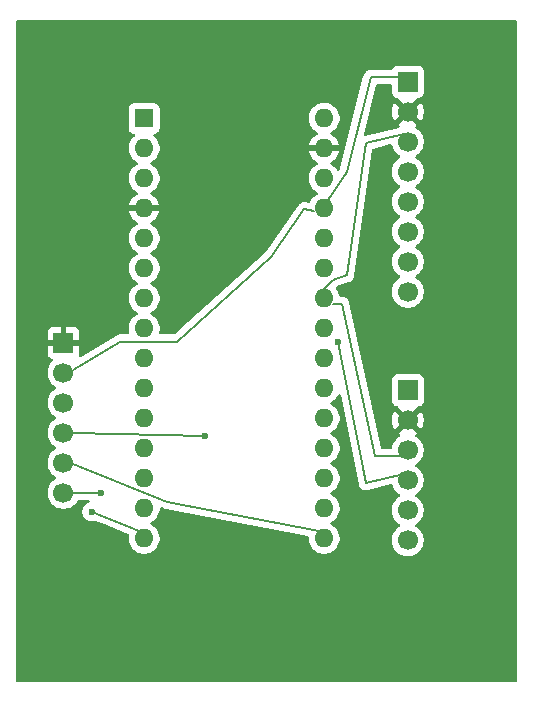
<source format=gbr>
%TF.GenerationSoftware,KiCad,Pcbnew,9.0.7*%
%TF.CreationDate,2026-02-14T16:35:21+02:00*%
%TF.ProjectId,Nano_Blackbox_Telemetry,4e616e6f-5f42-46c6-9163-6b626f785f54,rev?*%
%TF.SameCoordinates,Original*%
%TF.FileFunction,Copper,L2,Bot*%
%TF.FilePolarity,Positive*%
%FSLAX46Y46*%
G04 Gerber Fmt 4.6, Leading zero omitted, Abs format (unit mm)*
G04 Created by KiCad (PCBNEW 9.0.7) date 2026-02-14 16:35:21*
%MOMM*%
%LPD*%
G01*
G04 APERTURE LIST*
%TA.AperFunction,Conductor*%
%ADD10C,0.200000*%
%TD*%
%TA.AperFunction,ComponentPad*%
%ADD11O,1.600000X1.600000*%
%TD*%
%TA.AperFunction,ComponentPad*%
%ADD12R,1.600000X1.600000*%
%TD*%
%TA.AperFunction,ComponentPad*%
%ADD13R,1.700000X1.700000*%
%TD*%
%TA.AperFunction,ComponentPad*%
%ADD14C,1.700000*%
%TD*%
%TA.AperFunction,ViaPad*%
%ADD15C,0.600000*%
%TD*%
G04 APERTURE END LIST*
D10*
%TO.N,/SD_CS*%
X134400000Y-101600000D02*
X136800000Y-101600000D01*
%TO.N,/SCL*%
X157600000Y-83200000D02*
X156400000Y-83600000D01*
%TO.N,/5V*%
X154000000Y-77600000D02*
X154800000Y-77728850D01*
X151200000Y-81600000D02*
X154000000Y-77600000D01*
%TO.N,/SCL*%
X160000000Y-98500000D02*
X162400000Y-98500000D01*
%TO.N,/SDA*%
X159200000Y-100800000D02*
X162400000Y-100000000D01*
%TO.N,/SCL*%
X156400000Y-83600000D02*
X155600000Y-84400000D01*
%TO.N,/5V*%
X157600000Y-74400000D02*
X156000000Y-76800000D01*
X159600000Y-66400000D02*
X162000000Y-66400000D01*
%TO.N,/SCL*%
X159200000Y-72000000D02*
X162400000Y-71200000D01*
X157200000Y-85600000D02*
X156400000Y-85600000D01*
%TO.N,/5V*%
X143200000Y-88800000D02*
X138400000Y-88800000D01*
X143200000Y-88800000D02*
X151200000Y-81600000D01*
X138400000Y-88800000D02*
X134400000Y-91200000D01*
%TO.N,/SD_SCK*%
X142400000Y-102400000D02*
X134400000Y-99200000D01*
%TO.N,/5V*%
X157600000Y-74400000D02*
X159600000Y-66400000D01*
%TO.N,/SDA*%
X159200000Y-100800000D02*
X156800000Y-88800000D01*
%TO.N,/SCL*%
X157200000Y-85600000D02*
X160000000Y-98500000D01*
X159200000Y-72000000D02*
X157600000Y-83200000D01*
%TO.N,/SD_SCK*%
X142400000Y-102400000D02*
X155200000Y-104800000D01*
%TO.N,/SD_DO*%
X140000000Y-104800000D02*
X136000000Y-103200000D01*
%TO.N,/SD_DI*%
X145600000Y-96800000D02*
X134400000Y-96500014D01*
%TD*%
D11*
%TO.P,A1,30,VIN*%
%TO.N,unconnected-(A1-VIN-Pad30)*%
X155670000Y-69900000D03*
%TO.P,A1,29,GND*%
%TO.N,/GND*%
X155670000Y-72440000D03*
%TO.P,A1,28,~{RESET}*%
%TO.N,unconnected-(A1-~{RESET}-Pad28)*%
X155670000Y-74980000D03*
%TO.P,A1,27,+5V*%
%TO.N,/5V*%
X155670000Y-77520000D03*
%TO.P,A1,26,A7*%
%TO.N,unconnected-(A1-A7-Pad26)*%
X155670000Y-80060000D03*
%TO.P,A1,25,A6*%
%TO.N,unconnected-(A1-A6-Pad25)*%
X155670000Y-82600000D03*
%TO.P,A1,24,A5*%
%TO.N,/SCL*%
X155670000Y-85140000D03*
%TO.P,A1,23,A4*%
%TO.N,/SDA*%
X155670000Y-87680000D03*
%TO.P,A1,22,A3*%
%TO.N,unconnected-(A1-A3-Pad22)*%
X155670000Y-90220000D03*
%TO.P,A1,21,A2*%
%TO.N,unconnected-(A1-A2-Pad21)*%
X155670000Y-92760000D03*
%TO.P,A1,20,A1*%
%TO.N,unconnected-(A1-A1-Pad20)*%
X155670000Y-95300000D03*
%TO.P,A1,19,A0*%
%TO.N,unconnected-(A1-A0-Pad19)*%
X155670000Y-97840000D03*
%TO.P,A1,18,AREF*%
%TO.N,unconnected-(A1-AREF-Pad18)*%
X155670000Y-100380000D03*
%TO.P,A1,17,3V3*%
%TO.N,/3V3*%
X155670000Y-102920000D03*
%TO.P,A1,16,D13*%
%TO.N,/SD_SCK*%
X155670000Y-105460000D03*
%TO.P,A1,15,D12*%
%TO.N,/SD_DO*%
X140430000Y-105460000D03*
%TO.P,A1,14,D11*%
%TO.N,/SD_DI*%
X140430000Y-102920000D03*
%TO.P,A1,13,D10*%
%TO.N,/SD_CS*%
X140430000Y-100380000D03*
%TO.P,A1,12,D9*%
%TO.N,unconnected-(A1-D9-Pad12)*%
X140430000Y-97840000D03*
%TO.P,A1,11,D8*%
%TO.N,unconnected-(A1-D8-Pad11)*%
X140430000Y-95300000D03*
%TO.P,A1,10,D7*%
%TO.N,unconnected-(A1-D7-Pad10)*%
X140430000Y-92760000D03*
%TO.P,A1,9,D6*%
%TO.N,unconnected-(A1-D6-Pad9)*%
X140430000Y-90220000D03*
%TO.P,A1,8,D5*%
%TO.N,unconnected-(A1-D5-Pad8)*%
X140430000Y-87680000D03*
%TO.P,A1,7,D4*%
%TO.N,unconnected-(A1-D4-Pad7)*%
X140430000Y-85140000D03*
%TO.P,A1,6,D3*%
%TO.N,unconnected-(A1-D3-Pad6)*%
X140430000Y-82600000D03*
%TO.P,A1,5,D2*%
%TO.N,unconnected-(A1-D2-Pad5)*%
X140430000Y-80060000D03*
%TO.P,A1,4,GND*%
%TO.N,/GND*%
X140430000Y-77520000D03*
%TO.P,A1,3,~{RESET}*%
%TO.N,unconnected-(A1-~{RESET}-Pad3)*%
X140430000Y-74980000D03*
%TO.P,A1,2,D0/RX*%
%TO.N,unconnected-(A1-D0{slash}RX-Pad2)*%
X140430000Y-72440000D03*
D12*
%TO.P,A1,1,D1/TX*%
%TO.N,unconnected-(A1-D1{slash}TX-Pad1)*%
X140430000Y-69900000D03*
%TD*%
D13*
%TO.P,J3,1,Pin_1*%
%TO.N,/GND*%
X133600000Y-88900000D03*
D14*
%TO.P,J3,2,Pin_2*%
%TO.N,/5V*%
X133600000Y-91440000D03*
%TO.P,J3,3,Pin_3*%
%TO.N,/SD_DO*%
X133600000Y-93980000D03*
%TO.P,J3,4,Pin_4*%
%TO.N,/SD_DI*%
X133600000Y-96520000D03*
%TO.P,J3,5,Pin_5*%
%TO.N,/SD_SCK*%
X133600000Y-99060000D03*
%TO.P,J3,6,Pin_6*%
%TO.N,/SD_CS*%
X133600000Y-101600000D03*
%TD*%
D13*
%TO.P,J2,1,Pin_1*%
%TO.N,/3V3*%
X162750000Y-92920000D03*
D14*
%TO.P,J2,2,Pin_2*%
%TO.N,/GND*%
X162750000Y-95460000D03*
%TO.P,J2,3,Pin_3*%
%TO.N,/SCL*%
X162750000Y-98000000D03*
%TO.P,J2,4,Pin_4*%
%TO.N,/SDA*%
X162750000Y-100540000D03*
%TO.P,J2,5,Pin_5*%
%TO.N,unconnected-(J2-Pin_5-Pad5)*%
X162750000Y-103080000D03*
%TO.P,J2,6,Pin_6*%
%TO.N,unconnected-(J2-Pin_6-Pad6)*%
X162750000Y-105620000D03*
%TD*%
D13*
%TO.P,J1,1,Pin_1*%
%TO.N,/5V*%
X162750000Y-66800000D03*
D14*
%TO.P,J1,2,Pin_2*%
%TO.N,/GND*%
X162750000Y-69340000D03*
%TO.P,J1,3,Pin_3*%
%TO.N,/SCL*%
X162750000Y-71880000D03*
%TO.P,J1,4,Pin_4*%
%TO.N,/SDA*%
X162750000Y-74420000D03*
%TO.P,J1,5,Pin_5*%
%TO.N,unconnected-(J1-Pin_5-Pad5)*%
X162750000Y-76960000D03*
%TO.P,J1,6,Pin_6*%
%TO.N,unconnected-(J1-Pin_6-Pad6)*%
X162750000Y-79500000D03*
%TO.P,J1,7,Pin_7*%
%TO.N,unconnected-(J1-Pin_7-Pad7)*%
X162750000Y-82040000D03*
%TO.P,J1,8,Pin_8*%
%TO.N,unconnected-(J1-Pin_8-Pad8)*%
X162750000Y-84580000D03*
%TD*%
D15*
%TO.N,/SDA*%
X156800000Y-88800000D03*
%TO.N,/SD_CS*%
X136800000Y-101600000D03*
%TO.N,/SD_DO*%
X136000000Y-103200000D03*
%TO.N,/SD_DI*%
X145600000Y-96800000D03*
%TD*%
%TA.AperFunction,Conductor*%
%TO.N,/GND*%
G36*
X161342540Y-67020185D02*
G01*
X161388295Y-67072989D01*
X161399501Y-67124500D01*
X161399501Y-67697876D01*
X161405908Y-67757483D01*
X161456202Y-67892328D01*
X161456206Y-67892335D01*
X161542452Y-68007544D01*
X161542455Y-68007547D01*
X161657664Y-68093793D01*
X161657671Y-68093797D01*
X161702618Y-68110561D01*
X161792517Y-68144091D01*
X161852127Y-68150500D01*
X161862685Y-68150499D01*
X161929723Y-68170179D01*
X161950372Y-68186818D01*
X162620591Y-68857037D01*
X162557007Y-68874075D01*
X162442993Y-68939901D01*
X162349901Y-69032993D01*
X162284075Y-69147007D01*
X162267037Y-69210591D01*
X161634728Y-68578282D01*
X161634727Y-68578282D01*
X161595380Y-68632439D01*
X161498904Y-68821782D01*
X161433242Y-69023869D01*
X161433242Y-69023872D01*
X161400000Y-69233753D01*
X161400000Y-69446246D01*
X161433242Y-69656127D01*
X161433242Y-69656130D01*
X161498904Y-69858217D01*
X161595375Y-70047550D01*
X161634728Y-70101716D01*
X162267037Y-69469408D01*
X162284075Y-69532993D01*
X162349901Y-69647007D01*
X162442993Y-69740099D01*
X162557007Y-69805925D01*
X162620590Y-69822962D01*
X161988282Y-70455269D01*
X161988282Y-70455270D01*
X162007494Y-70469228D01*
X162050160Y-70524557D01*
X162056141Y-70594170D01*
X162023536Y-70655966D01*
X161964684Y-70689845D01*
X159159136Y-71391234D01*
X159089324Y-71388396D01*
X159032129Y-71348266D01*
X159005709Y-71283584D01*
X159008763Y-71240866D01*
X160045374Y-67094424D01*
X160080731Y-67034162D01*
X160143055Y-67002580D01*
X160165672Y-67000500D01*
X161275501Y-67000500D01*
X161342540Y-67020185D01*
G37*
%TD.AperFunction*%
%TA.AperFunction,Conductor*%
G36*
X171943039Y-61619685D02*
G01*
X171988794Y-61672489D01*
X172000000Y-61724000D01*
X172000000Y-117476000D01*
X171980315Y-117543039D01*
X171927511Y-117588794D01*
X171876000Y-117600000D01*
X129724000Y-117600000D01*
X129656961Y-117580315D01*
X129611206Y-117527511D01*
X129600000Y-117476000D01*
X129600000Y-91333713D01*
X132249500Y-91333713D01*
X132249500Y-91546286D01*
X132275818Y-91712455D01*
X132282754Y-91756243D01*
X132305962Y-91827671D01*
X132348444Y-91958414D01*
X132444951Y-92147820D01*
X132569890Y-92319786D01*
X132720213Y-92470109D01*
X132892182Y-92595050D01*
X132900946Y-92599516D01*
X132951742Y-92647491D01*
X132968536Y-92715312D01*
X132945998Y-92781447D01*
X132900946Y-92820484D01*
X132892182Y-92824949D01*
X132720213Y-92949890D01*
X132569890Y-93100213D01*
X132444951Y-93272179D01*
X132348444Y-93461585D01*
X132282753Y-93663760D01*
X132249500Y-93873713D01*
X132249500Y-94086286D01*
X132282753Y-94296239D01*
X132348444Y-94498414D01*
X132444951Y-94687820D01*
X132569890Y-94859786D01*
X132720213Y-95010109D01*
X132892182Y-95135050D01*
X132900946Y-95139516D01*
X132951742Y-95187491D01*
X132968536Y-95255312D01*
X132945998Y-95321447D01*
X132900946Y-95360484D01*
X132892182Y-95364949D01*
X132720213Y-95489890D01*
X132569890Y-95640213D01*
X132444951Y-95812179D01*
X132348444Y-96001585D01*
X132282753Y-96203760D01*
X132269140Y-96289711D01*
X132249500Y-96413713D01*
X132249500Y-96626287D01*
X132282754Y-96836243D01*
X132346847Y-97033501D01*
X132348444Y-97038414D01*
X132444951Y-97227820D01*
X132569890Y-97399786D01*
X132720213Y-97550109D01*
X132892182Y-97675050D01*
X132900946Y-97679516D01*
X132951742Y-97727491D01*
X132968536Y-97795312D01*
X132945998Y-97861447D01*
X132900946Y-97900484D01*
X132892182Y-97904949D01*
X132720213Y-98029890D01*
X132569890Y-98180213D01*
X132444951Y-98352179D01*
X132348444Y-98541585D01*
X132282753Y-98743760D01*
X132249500Y-98953713D01*
X132249500Y-99166286D01*
X132275827Y-99332512D01*
X132282754Y-99376243D01*
X132327727Y-99514656D01*
X132348444Y-99578414D01*
X132444951Y-99767820D01*
X132569890Y-99939786D01*
X132720213Y-100090109D01*
X132892182Y-100215050D01*
X132900946Y-100219516D01*
X132951742Y-100267491D01*
X132968536Y-100335312D01*
X132945998Y-100401447D01*
X132900946Y-100440484D01*
X132892182Y-100444949D01*
X132720213Y-100569890D01*
X132569890Y-100720213D01*
X132444951Y-100892179D01*
X132348444Y-101081585D01*
X132348443Y-101081587D01*
X132348443Y-101081588D01*
X132320070Y-101168911D01*
X132282753Y-101283760D01*
X132249500Y-101493713D01*
X132249500Y-101706286D01*
X132275827Y-101872512D01*
X132282754Y-101916243D01*
X132345803Y-102110288D01*
X132348444Y-102118414D01*
X132444951Y-102307820D01*
X132569890Y-102479786D01*
X132720213Y-102630109D01*
X132892179Y-102755048D01*
X132892181Y-102755049D01*
X132892184Y-102755051D01*
X133081588Y-102851557D01*
X133283757Y-102917246D01*
X133493713Y-102950500D01*
X133493714Y-102950500D01*
X133706286Y-102950500D01*
X133706287Y-102950500D01*
X133916243Y-102917246D01*
X134118412Y-102851557D01*
X134307816Y-102755051D01*
X134329789Y-102739086D01*
X134479786Y-102630109D01*
X134479788Y-102630106D01*
X134479792Y-102630104D01*
X134630104Y-102479792D01*
X134630106Y-102479788D01*
X134630109Y-102479786D01*
X134710063Y-102369737D01*
X134755051Y-102307816D01*
X134755349Y-102307230D01*
X134775235Y-102268205D01*
X134823209Y-102217409D01*
X134885719Y-102200500D01*
X135697810Y-102200500D01*
X135764849Y-102220185D01*
X135810604Y-102272989D01*
X135820548Y-102342147D01*
X135791523Y-102405703D01*
X135745262Y-102439061D01*
X135620827Y-102490602D01*
X135620814Y-102490609D01*
X135489711Y-102578210D01*
X135489707Y-102578213D01*
X135378213Y-102689707D01*
X135378210Y-102689711D01*
X135290609Y-102820814D01*
X135290602Y-102820827D01*
X135230264Y-102966498D01*
X135230261Y-102966510D01*
X135199500Y-103121153D01*
X135199500Y-103278846D01*
X135230261Y-103433489D01*
X135230264Y-103433501D01*
X135290602Y-103579172D01*
X135290609Y-103579185D01*
X135378210Y-103710288D01*
X135378213Y-103710292D01*
X135489707Y-103821786D01*
X135489711Y-103821789D01*
X135620814Y-103909390D01*
X135620827Y-103909397D01*
X135730171Y-103954688D01*
X135766503Y-103969737D01*
X135921153Y-104000499D01*
X135921156Y-104000500D01*
X135921158Y-104000500D01*
X136078844Y-104000500D01*
X136078845Y-104000499D01*
X136233497Y-103969737D01*
X136233506Y-103969733D01*
X136233908Y-103969612D01*
X136234139Y-103969609D01*
X136239473Y-103968549D01*
X136239674Y-103969560D01*
X136303775Y-103968987D01*
X136315955Y-103973139D01*
X137244836Y-104344692D01*
X139076185Y-105077232D01*
X139131119Y-105120406D01*
X139153991Y-105186427D01*
X139152606Y-105211761D01*
X139129500Y-105357648D01*
X139129500Y-105562351D01*
X139161522Y-105764534D01*
X139224781Y-105959223D01*
X139317715Y-106141613D01*
X139438028Y-106307213D01*
X139582786Y-106451971D01*
X139737749Y-106564556D01*
X139748390Y-106572287D01*
X139864607Y-106631503D01*
X139930776Y-106665218D01*
X139930778Y-106665218D01*
X139930781Y-106665220D01*
X140035137Y-106699127D01*
X140125465Y-106728477D01*
X140226557Y-106744488D01*
X140327648Y-106760500D01*
X140327649Y-106760500D01*
X140532351Y-106760500D01*
X140532352Y-106760500D01*
X140734534Y-106728477D01*
X140929219Y-106665220D01*
X141111610Y-106572287D01*
X141211400Y-106499786D01*
X141277213Y-106451971D01*
X141277215Y-106451968D01*
X141277219Y-106451966D01*
X141421966Y-106307219D01*
X141421968Y-106307215D01*
X141421971Y-106307213D01*
X141474732Y-106234590D01*
X141542287Y-106141610D01*
X141635220Y-105959219D01*
X141698477Y-105764534D01*
X141730500Y-105562352D01*
X141730500Y-105357648D01*
X141711277Y-105236280D01*
X141698477Y-105155465D01*
X141635218Y-104960776D01*
X141601503Y-104894607D01*
X141542287Y-104778390D01*
X141514550Y-104740213D01*
X141421971Y-104612786D01*
X141277213Y-104468028D01*
X141111614Y-104347715D01*
X141079902Y-104331557D01*
X141018917Y-104300483D01*
X140968123Y-104252511D01*
X140951328Y-104184690D01*
X140973865Y-104118555D01*
X141018917Y-104079516D01*
X141111610Y-104032287D01*
X141137450Y-104013513D01*
X141277213Y-103911971D01*
X141277215Y-103911968D01*
X141277219Y-103911966D01*
X141421966Y-103767219D01*
X141421968Y-103767215D01*
X141421971Y-103767213D01*
X141509357Y-103646934D01*
X141542287Y-103601610D01*
X141635220Y-103419219D01*
X141698477Y-103224534D01*
X141730500Y-103022352D01*
X141730500Y-102962109D01*
X141750185Y-102895070D01*
X141802989Y-102849315D01*
X141872147Y-102839371D01*
X141900548Y-102846976D01*
X142076221Y-102917246D01*
X142154553Y-102948579D01*
X142154552Y-102948579D01*
X142158398Y-102950117D01*
X142211632Y-102975645D01*
X142231558Y-102979381D01*
X142250383Y-102986911D01*
X142304942Y-102993417D01*
X142313048Y-102994659D01*
X154268353Y-105236280D01*
X154330615Y-105267982D01*
X154365855Y-105328314D01*
X154369500Y-105358156D01*
X154369500Y-105562351D01*
X154401522Y-105764534D01*
X154464781Y-105959223D01*
X154557715Y-106141613D01*
X154678028Y-106307213D01*
X154822786Y-106451971D01*
X154977749Y-106564556D01*
X154988390Y-106572287D01*
X155104607Y-106631503D01*
X155170776Y-106665218D01*
X155170778Y-106665218D01*
X155170781Y-106665220D01*
X155275137Y-106699127D01*
X155365465Y-106728477D01*
X155466557Y-106744488D01*
X155567648Y-106760500D01*
X155567649Y-106760500D01*
X155772351Y-106760500D01*
X155772352Y-106760500D01*
X155974534Y-106728477D01*
X156169219Y-106665220D01*
X156351610Y-106572287D01*
X156451400Y-106499786D01*
X156517213Y-106451971D01*
X156517215Y-106451968D01*
X156517219Y-106451966D01*
X156661966Y-106307219D01*
X156661968Y-106307215D01*
X156661971Y-106307213D01*
X156714732Y-106234590D01*
X156782287Y-106141610D01*
X156875220Y-105959219D01*
X156938477Y-105764534D01*
X156970500Y-105562352D01*
X156970500Y-105357648D01*
X156951277Y-105236280D01*
X156938477Y-105155465D01*
X156875218Y-104960776D01*
X156841503Y-104894607D01*
X156782287Y-104778390D01*
X156754550Y-104740213D01*
X156661971Y-104612786D01*
X156517213Y-104468028D01*
X156351614Y-104347715D01*
X156319902Y-104331557D01*
X156258917Y-104300483D01*
X156208123Y-104252511D01*
X156191328Y-104184690D01*
X156213865Y-104118555D01*
X156258917Y-104079516D01*
X156351610Y-104032287D01*
X156377450Y-104013513D01*
X156517213Y-103911971D01*
X156517215Y-103911968D01*
X156517219Y-103911966D01*
X156661966Y-103767219D01*
X156661968Y-103767215D01*
X156661971Y-103767213D01*
X156749357Y-103646934D01*
X156782287Y-103601610D01*
X156875220Y-103419219D01*
X156938477Y-103224534D01*
X156970500Y-103022352D01*
X156970500Y-102817648D01*
X156960585Y-102755048D01*
X156938477Y-102615465D01*
X156897908Y-102490609D01*
X156875220Y-102420781D01*
X156875218Y-102420778D01*
X156875218Y-102420776D01*
X156817661Y-102307816D01*
X156782287Y-102238390D01*
X156754550Y-102200213D01*
X156661971Y-102072786D01*
X156517213Y-101928028D01*
X156351614Y-101807715D01*
X156319902Y-101791557D01*
X156258917Y-101760483D01*
X156208123Y-101712511D01*
X156191328Y-101644690D01*
X156213865Y-101578555D01*
X156258917Y-101539516D01*
X156351610Y-101492287D01*
X156472656Y-101404343D01*
X156517213Y-101371971D01*
X156517215Y-101371968D01*
X156517219Y-101371966D01*
X156661966Y-101227219D01*
X156661968Y-101227215D01*
X156661971Y-101227213D01*
X156727495Y-101137025D01*
X156782287Y-101061610D01*
X156875220Y-100879219D01*
X156938477Y-100684534D01*
X156970500Y-100482352D01*
X156970500Y-100277648D01*
X156940796Y-100090105D01*
X156938477Y-100075465D01*
X156875218Y-99880776D01*
X156817661Y-99767816D01*
X156782287Y-99698390D01*
X156754550Y-99660213D01*
X156661971Y-99532786D01*
X156517213Y-99388028D01*
X156351614Y-99267715D01*
X156313537Y-99248314D01*
X156258917Y-99220483D01*
X156208123Y-99172511D01*
X156191328Y-99104690D01*
X156213865Y-99038555D01*
X156258917Y-98999516D01*
X156351610Y-98952287D01*
X156484084Y-98856040D01*
X156517213Y-98831971D01*
X156517215Y-98831968D01*
X156517219Y-98831966D01*
X156661966Y-98687219D01*
X156661968Y-98687215D01*
X156661971Y-98687213D01*
X156714732Y-98614590D01*
X156782287Y-98521610D01*
X156875220Y-98339219D01*
X156938477Y-98144534D01*
X156970500Y-97942352D01*
X156970500Y-97737648D01*
X156940796Y-97550109D01*
X156938477Y-97535465D01*
X156901298Y-97421041D01*
X156875220Y-97340781D01*
X156875218Y-97340778D01*
X156875218Y-97340776D01*
X156841503Y-97274607D01*
X156782287Y-97158390D01*
X156754550Y-97120213D01*
X156661971Y-96992786D01*
X156517213Y-96848028D01*
X156351614Y-96727715D01*
X156338735Y-96721153D01*
X156258917Y-96680483D01*
X156208123Y-96632511D01*
X156191328Y-96564690D01*
X156213865Y-96498555D01*
X156258917Y-96459516D01*
X156351610Y-96412287D01*
X156372770Y-96396913D01*
X156517213Y-96291971D01*
X156517215Y-96291968D01*
X156517219Y-96291966D01*
X156661966Y-96147219D01*
X156661968Y-96147215D01*
X156661971Y-96147213D01*
X156746938Y-96030264D01*
X156782287Y-95981610D01*
X156875220Y-95799219D01*
X156938477Y-95604534D01*
X156970500Y-95402352D01*
X156970500Y-95197648D01*
X156940796Y-95010109D01*
X156938477Y-94995465D01*
X156875218Y-94800776D01*
X156817661Y-94687816D01*
X156782287Y-94618390D01*
X156774556Y-94607749D01*
X156661971Y-94452786D01*
X156517213Y-94308028D01*
X156351614Y-94187715D01*
X156345006Y-94184348D01*
X156258917Y-94140483D01*
X156208123Y-94092511D01*
X156191328Y-94024690D01*
X156213865Y-93958555D01*
X156258917Y-93919516D01*
X156351610Y-93872287D01*
X156372770Y-93856913D01*
X156517213Y-93751971D01*
X156517215Y-93751968D01*
X156517219Y-93751966D01*
X156661966Y-93607219D01*
X156661968Y-93607215D01*
X156661971Y-93607213D01*
X156782284Y-93441614D01*
X156782285Y-93441613D01*
X156782287Y-93441610D01*
X156859817Y-93289448D01*
X156907790Y-93238654D01*
X156975611Y-93221859D01*
X157041746Y-93244396D01*
X157085198Y-93299111D01*
X157091893Y-93321427D01*
X158595883Y-100841381D01*
X158598498Y-100854454D01*
X158598255Y-100868946D01*
X158613963Y-100931782D01*
X158614540Y-100934663D01*
X158614542Y-100934672D01*
X158626666Y-100995291D01*
X158626667Y-100995294D01*
X158627183Y-100996337D01*
X158636319Y-101021202D01*
X158636603Y-101022338D01*
X158666608Y-101076390D01*
X158668042Y-101078973D01*
X158696746Y-101137025D01*
X158706309Y-101147907D01*
X158712775Y-101159554D01*
X158713343Y-101160577D01*
X158713344Y-101160578D01*
X158713346Y-101160581D01*
X158758366Y-101207142D01*
X158801123Y-101255794D01*
X158813180Y-101263832D01*
X158822443Y-101273412D01*
X158822442Y-101273412D01*
X158823248Y-101274245D01*
X158823253Y-101274250D01*
X158876259Y-101306054D01*
X158881242Y-101309207D01*
X158932682Y-101343500D01*
X158933777Y-101343870D01*
X158957838Y-101355001D01*
X158958836Y-101355600D01*
X159021108Y-101373413D01*
X159082459Y-101394167D01*
X159096919Y-101395098D01*
X159109739Y-101398766D01*
X159109741Y-101398767D01*
X159109746Y-101398768D01*
X159110854Y-101399085D01*
X159172651Y-101400124D01*
X159178534Y-101400362D01*
X159240246Y-101404343D01*
X159254455Y-101401501D01*
X159268946Y-101401745D01*
X159331776Y-101386037D01*
X159334666Y-101385459D01*
X159334667Y-101385459D01*
X159352263Y-101381939D01*
X159395290Y-101373335D01*
X159396322Y-101372824D01*
X159421215Y-101363676D01*
X161321872Y-100888512D01*
X161391683Y-100891350D01*
X161448878Y-100931480D01*
X161469875Y-100970489D01*
X161477934Y-100995291D01*
X161498444Y-101058416D01*
X161594951Y-101247820D01*
X161719890Y-101419786D01*
X161870213Y-101570109D01*
X162042182Y-101695050D01*
X162050946Y-101699516D01*
X162101742Y-101747491D01*
X162118536Y-101815312D01*
X162095998Y-101881447D01*
X162050946Y-101920484D01*
X162042182Y-101924949D01*
X161870213Y-102049890D01*
X161719890Y-102200213D01*
X161594951Y-102372179D01*
X161498444Y-102561585D01*
X161432753Y-102763760D01*
X161403481Y-102948579D01*
X161399500Y-102973713D01*
X161399500Y-103186287D01*
X161432754Y-103396243D01*
X161440219Y-103419219D01*
X161498444Y-103598414D01*
X161594951Y-103787820D01*
X161719890Y-103959786D01*
X161870213Y-104110109D01*
X162042182Y-104235050D01*
X162050946Y-104239516D01*
X162101742Y-104287491D01*
X162118536Y-104355312D01*
X162095998Y-104421447D01*
X162050946Y-104460484D01*
X162042182Y-104464949D01*
X161870213Y-104589890D01*
X161719890Y-104740213D01*
X161594951Y-104912179D01*
X161498444Y-105101585D01*
X161432753Y-105303760D01*
X161424218Y-105357648D01*
X161399500Y-105513713D01*
X161399500Y-105726287D01*
X161432754Y-105936243D01*
X161440219Y-105959219D01*
X161498444Y-106138414D01*
X161594951Y-106327820D01*
X161719890Y-106499786D01*
X161870213Y-106650109D01*
X162042179Y-106775048D01*
X162042181Y-106775049D01*
X162042184Y-106775051D01*
X162231588Y-106871557D01*
X162433757Y-106937246D01*
X162643713Y-106970500D01*
X162643714Y-106970500D01*
X162856286Y-106970500D01*
X162856287Y-106970500D01*
X163066243Y-106937246D01*
X163268412Y-106871557D01*
X163457816Y-106775051D01*
X163521920Y-106728477D01*
X163629786Y-106650109D01*
X163629788Y-106650106D01*
X163629792Y-106650104D01*
X163780104Y-106499792D01*
X163780106Y-106499788D01*
X163780109Y-106499786D01*
X163905048Y-106327820D01*
X163905047Y-106327820D01*
X163905051Y-106327816D01*
X164001557Y-106138412D01*
X164067246Y-105936243D01*
X164100500Y-105726287D01*
X164100500Y-105513713D01*
X164067246Y-105303757D01*
X164001557Y-105101588D01*
X163905051Y-104912184D01*
X163905049Y-104912181D01*
X163905048Y-104912179D01*
X163780109Y-104740213D01*
X163629786Y-104589890D01*
X163457820Y-104464951D01*
X163457115Y-104464591D01*
X163449054Y-104460485D01*
X163398259Y-104412512D01*
X163381463Y-104344692D01*
X163403999Y-104278556D01*
X163449054Y-104239515D01*
X163457816Y-104235051D01*
X163521920Y-104188477D01*
X163629786Y-104110109D01*
X163629788Y-104110106D01*
X163629792Y-104110104D01*
X163780104Y-103959792D01*
X163780106Y-103959788D01*
X163780109Y-103959786D01*
X163905048Y-103787820D01*
X163905047Y-103787820D01*
X163905051Y-103787816D01*
X164001557Y-103598412D01*
X164067246Y-103396243D01*
X164100500Y-103186287D01*
X164100500Y-102973713D01*
X164067246Y-102763757D01*
X164001557Y-102561588D01*
X163905051Y-102372184D01*
X163905049Y-102372181D01*
X163905048Y-102372179D01*
X163780109Y-102200213D01*
X163629786Y-102049890D01*
X163457820Y-101924951D01*
X163457115Y-101924591D01*
X163449054Y-101920485D01*
X163398259Y-101872512D01*
X163381463Y-101804692D01*
X163403999Y-101738556D01*
X163449054Y-101699515D01*
X163457816Y-101695051D01*
X163521920Y-101648477D01*
X163629786Y-101570109D01*
X163629788Y-101570106D01*
X163629792Y-101570104D01*
X163780104Y-101419792D01*
X163780106Y-101419788D01*
X163780109Y-101419786D01*
X163905048Y-101247820D01*
X163905047Y-101247820D01*
X163905051Y-101247816D01*
X164001557Y-101058412D01*
X164067246Y-100856243D01*
X164100500Y-100646287D01*
X164100500Y-100433713D01*
X164067246Y-100223757D01*
X164001557Y-100021588D01*
X163905051Y-99832184D01*
X163905049Y-99832181D01*
X163905048Y-99832179D01*
X163780109Y-99660213D01*
X163629786Y-99509890D01*
X163457820Y-99384951D01*
X163457115Y-99384591D01*
X163449054Y-99380485D01*
X163398259Y-99332512D01*
X163381463Y-99264692D01*
X163403999Y-99198556D01*
X163449054Y-99159515D01*
X163457816Y-99155051D01*
X163525526Y-99105857D01*
X163629786Y-99030109D01*
X163629788Y-99030106D01*
X163629792Y-99030104D01*
X163780104Y-98879792D01*
X163780106Y-98879788D01*
X163780109Y-98879786D01*
X163905048Y-98707820D01*
X163905047Y-98707820D01*
X163905051Y-98707816D01*
X164001557Y-98518412D01*
X164067246Y-98316243D01*
X164100500Y-98106287D01*
X164100500Y-97893713D01*
X164067246Y-97683757D01*
X164001557Y-97481588D01*
X163905051Y-97292184D01*
X163905049Y-97292181D01*
X163905048Y-97292179D01*
X163780109Y-97120213D01*
X163629786Y-96969890D01*
X163457817Y-96844949D01*
X163448504Y-96840204D01*
X163397707Y-96792230D01*
X163380912Y-96724409D01*
X163403449Y-96658274D01*
X163448507Y-96619232D01*
X163457555Y-96614622D01*
X163511716Y-96575270D01*
X163511717Y-96575270D01*
X162879408Y-95942962D01*
X162942993Y-95925925D01*
X163057007Y-95860099D01*
X163150099Y-95767007D01*
X163215925Y-95652993D01*
X163232962Y-95589408D01*
X163865270Y-96221717D01*
X163865270Y-96221716D01*
X163904622Y-96167554D01*
X164001095Y-95978217D01*
X164066757Y-95776130D01*
X164066757Y-95776127D01*
X164100000Y-95566246D01*
X164100000Y-95353753D01*
X164066757Y-95143872D01*
X164066757Y-95143869D01*
X164001095Y-94941782D01*
X163904624Y-94752449D01*
X163865270Y-94698282D01*
X163865269Y-94698282D01*
X163232962Y-95330590D01*
X163215925Y-95267007D01*
X163150099Y-95152993D01*
X163057007Y-95059901D01*
X162942993Y-94994075D01*
X162879409Y-94977037D01*
X163549627Y-94306818D01*
X163610950Y-94273333D01*
X163637307Y-94270499D01*
X163647872Y-94270499D01*
X163707483Y-94264091D01*
X163842331Y-94213796D01*
X163957546Y-94127546D01*
X164043796Y-94012331D01*
X164094091Y-93877483D01*
X164100500Y-93817873D01*
X164100499Y-92022128D01*
X164094091Y-91962517D01*
X164092561Y-91958416D01*
X164043797Y-91827671D01*
X164043793Y-91827664D01*
X163957547Y-91712455D01*
X163957544Y-91712452D01*
X163842335Y-91626206D01*
X163842328Y-91626202D01*
X163707482Y-91575908D01*
X163707483Y-91575908D01*
X163647883Y-91569501D01*
X163647881Y-91569500D01*
X163647873Y-91569500D01*
X163647864Y-91569500D01*
X161852129Y-91569500D01*
X161852123Y-91569501D01*
X161792516Y-91575908D01*
X161657671Y-91626202D01*
X161657664Y-91626206D01*
X161542455Y-91712452D01*
X161542452Y-91712455D01*
X161456206Y-91827664D01*
X161456202Y-91827671D01*
X161405908Y-91962517D01*
X161399501Y-92022116D01*
X161399501Y-92022123D01*
X161399500Y-92022135D01*
X161399500Y-93817870D01*
X161399501Y-93817876D01*
X161405908Y-93877483D01*
X161456202Y-94012328D01*
X161456206Y-94012335D01*
X161542452Y-94127544D01*
X161542455Y-94127547D01*
X161657664Y-94213793D01*
X161657671Y-94213797D01*
X161702618Y-94230561D01*
X161792517Y-94264091D01*
X161852127Y-94270500D01*
X161862685Y-94270499D01*
X161929723Y-94290179D01*
X161950372Y-94306818D01*
X162620591Y-94977037D01*
X162557007Y-94994075D01*
X162442993Y-95059901D01*
X162349901Y-95152993D01*
X162284075Y-95267007D01*
X162267037Y-95330591D01*
X161634728Y-94698282D01*
X161634727Y-94698282D01*
X161595380Y-94752439D01*
X161498904Y-94941782D01*
X161433242Y-95143869D01*
X161433242Y-95143872D01*
X161400000Y-95353753D01*
X161400000Y-95566246D01*
X161433242Y-95776127D01*
X161433242Y-95776130D01*
X161498904Y-95978217D01*
X161595375Y-96167550D01*
X161634728Y-96221716D01*
X162267037Y-95589408D01*
X162284075Y-95652993D01*
X162349901Y-95767007D01*
X162442993Y-95860099D01*
X162557007Y-95925925D01*
X162620590Y-95942962D01*
X161988282Y-96575269D01*
X161988282Y-96575270D01*
X162042452Y-96614626D01*
X162042451Y-96614626D01*
X162051495Y-96619234D01*
X162102292Y-96667208D01*
X162119087Y-96735029D01*
X162096550Y-96801164D01*
X162051499Y-96840202D01*
X162042182Y-96844949D01*
X161870213Y-96969890D01*
X161719890Y-97120213D01*
X161594951Y-97292179D01*
X161498444Y-97481585D01*
X161432753Y-97683759D01*
X161415151Y-97794898D01*
X161385222Y-97858033D01*
X161325910Y-97894964D01*
X161292678Y-97899500D01*
X160584114Y-97899500D01*
X160517075Y-97879815D01*
X160471320Y-97827011D01*
X160462936Y-97801802D01*
X160461527Y-97795312D01*
X157800500Y-85535580D01*
X157800500Y-85520943D01*
X157783772Y-85458515D01*
X157770066Y-85395367D01*
X157769459Y-85394189D01*
X157759921Y-85369502D01*
X157759577Y-85368216D01*
X157727261Y-85312243D01*
X157697679Y-85254796D01*
X157687839Y-85243962D01*
X157680520Y-85231284D01*
X157634814Y-85185578D01*
X157591375Y-85137749D01*
X157579067Y-85129831D01*
X157568716Y-85119480D01*
X157515330Y-85088657D01*
X157510248Y-85085558D01*
X157458399Y-85052203D01*
X157457126Y-85051796D01*
X157444457Y-85047740D01*
X157431784Y-85040423D01*
X157369371Y-85023699D01*
X157366527Y-85022788D01*
X157307812Y-85003990D01*
X157306479Y-85003925D01*
X157306479Y-85003926D01*
X157294712Y-85003360D01*
X157293193Y-85003287D01*
X157279057Y-84999500D01*
X157214442Y-84999500D01*
X157211468Y-84999357D01*
X157149883Y-84996395D01*
X157148572Y-84996679D01*
X157122276Y-84999500D01*
X157070363Y-84999500D01*
X157003324Y-84979815D01*
X156957569Y-84927011D01*
X156947890Y-84894897D01*
X156938478Y-84835470D01*
X156938477Y-84835468D01*
X156938477Y-84835466D01*
X156875220Y-84640781D01*
X156782287Y-84458390D01*
X156679815Y-84317348D01*
X156668356Y-84285235D01*
X156656449Y-84253309D01*
X156656644Y-84252409D01*
X156656335Y-84251542D01*
X156664055Y-84218342D01*
X156671301Y-84185036D01*
X156672026Y-84184067D01*
X156672161Y-84183488D01*
X156692448Y-84156786D01*
X156703681Y-84145553D01*
X156752145Y-84115600D01*
X157720299Y-83792881D01*
X157744673Y-83787411D01*
X157750318Y-83786732D01*
X157806979Y-83763989D01*
X157864895Y-83744684D01*
X157880118Y-83734632D01*
X157897054Y-83727835D01*
X157897058Y-83727831D01*
X157897060Y-83727831D01*
X157942930Y-83693427D01*
X157942929Y-83693427D01*
X157945902Y-83691198D01*
X157996843Y-83657565D01*
X158008946Y-83643915D01*
X158023546Y-83632966D01*
X158058955Y-83587854D01*
X158063708Y-83582161D01*
X158101744Y-83539267D01*
X158101748Y-83539263D01*
X158109907Y-83522944D01*
X158121174Y-83508591D01*
X158145156Y-83452446D01*
X158172459Y-83397841D01*
X158176117Y-83379963D01*
X158183284Y-83363186D01*
X158191917Y-83302753D01*
X158204158Y-83242936D01*
X158203816Y-83237251D01*
X158204838Y-83212298D01*
X159725571Y-72567176D01*
X159754538Y-72503597D01*
X159813282Y-72465769D01*
X159818205Y-72464429D01*
X161280756Y-72098791D01*
X161350565Y-72101629D01*
X161407760Y-72141759D01*
X161429874Y-72191921D01*
X161431616Y-72191503D01*
X161432753Y-72196239D01*
X161432754Y-72196243D01*
X161478699Y-72337648D01*
X161498444Y-72398414D01*
X161594951Y-72587820D01*
X161719890Y-72759786D01*
X161870213Y-72910109D01*
X162042182Y-73035050D01*
X162050946Y-73039516D01*
X162101742Y-73087491D01*
X162118536Y-73155312D01*
X162095998Y-73221447D01*
X162050946Y-73260484D01*
X162042182Y-73264949D01*
X161870213Y-73389890D01*
X161719890Y-73540213D01*
X161594951Y-73712179D01*
X161498444Y-73901585D01*
X161432753Y-74103760D01*
X161399500Y-74313713D01*
X161399500Y-74526286D01*
X161429039Y-74712791D01*
X161432754Y-74736243D01*
X161498009Y-74937077D01*
X161498444Y-74938414D01*
X161594951Y-75127820D01*
X161719890Y-75299786D01*
X161870213Y-75450109D01*
X162042182Y-75575050D01*
X162050946Y-75579516D01*
X162101742Y-75627491D01*
X162118536Y-75695312D01*
X162095998Y-75761447D01*
X162050946Y-75800484D01*
X162042182Y-75804949D01*
X161870213Y-75929890D01*
X161719890Y-76080213D01*
X161594951Y-76252179D01*
X161498444Y-76441585D01*
X161432753Y-76643760D01*
X161423043Y-76705070D01*
X161399500Y-76853713D01*
X161399500Y-77066287D01*
X161400564Y-77073002D01*
X161423127Y-77215465D01*
X161432754Y-77276243D01*
X161478699Y-77417648D01*
X161498444Y-77478414D01*
X161594951Y-77667820D01*
X161719890Y-77839786D01*
X161870213Y-77990109D01*
X162042182Y-78115050D01*
X162050946Y-78119516D01*
X162101742Y-78167491D01*
X162118536Y-78235312D01*
X162095998Y-78301447D01*
X162050946Y-78340484D01*
X162042182Y-78344949D01*
X161870213Y-78469890D01*
X161719890Y-78620213D01*
X161594951Y-78792179D01*
X161498444Y-78981585D01*
X161432753Y-79183760D01*
X161399500Y-79393713D01*
X161399500Y-79606286D01*
X161423127Y-79755465D01*
X161432754Y-79816243D01*
X161478699Y-79957648D01*
X161498444Y-80018414D01*
X161594951Y-80207820D01*
X161719890Y-80379786D01*
X161870213Y-80530109D01*
X162042182Y-80655050D01*
X162050946Y-80659516D01*
X162101742Y-80707491D01*
X162118536Y-80775312D01*
X162095998Y-80841447D01*
X162050946Y-80880484D01*
X162042182Y-80884949D01*
X161870213Y-81009890D01*
X161719890Y-81160213D01*
X161594951Y-81332179D01*
X161498444Y-81521585D01*
X161432753Y-81723760D01*
X161399500Y-81933713D01*
X161399500Y-82146286D01*
X161423127Y-82295465D01*
X161432754Y-82356243D01*
X161478699Y-82497648D01*
X161498444Y-82558414D01*
X161594951Y-82747820D01*
X161719890Y-82919786D01*
X161870213Y-83070109D01*
X162042182Y-83195050D01*
X162050946Y-83199516D01*
X162101742Y-83247491D01*
X162118536Y-83315312D01*
X162095998Y-83381447D01*
X162050946Y-83420484D01*
X162042182Y-83424949D01*
X161870213Y-83549890D01*
X161719890Y-83700213D01*
X161594951Y-83872179D01*
X161498444Y-84061585D01*
X161432753Y-84263760D01*
X161399500Y-84473713D01*
X161399500Y-84686286D01*
X161432540Y-84894897D01*
X161432754Y-84896243D01*
X161495274Y-85088660D01*
X161498444Y-85098414D01*
X161594951Y-85287820D01*
X161719890Y-85459786D01*
X161870213Y-85610109D01*
X162042179Y-85735048D01*
X162042181Y-85735049D01*
X162042184Y-85735051D01*
X162231588Y-85831557D01*
X162433757Y-85897246D01*
X162643713Y-85930500D01*
X162643714Y-85930500D01*
X162856286Y-85930500D01*
X162856287Y-85930500D01*
X163066243Y-85897246D01*
X163268412Y-85831557D01*
X163457816Y-85735051D01*
X163589713Y-85639223D01*
X163629786Y-85610109D01*
X163629788Y-85610106D01*
X163629792Y-85610104D01*
X163780104Y-85459792D01*
X163780106Y-85459788D01*
X163780109Y-85459786D01*
X163905048Y-85287820D01*
X163905047Y-85287820D01*
X163905051Y-85287816D01*
X164001557Y-85098412D01*
X164067246Y-84896243D01*
X164100500Y-84686287D01*
X164100500Y-84473713D01*
X164067246Y-84263757D01*
X164001557Y-84061588D01*
X163905051Y-83872184D01*
X163905049Y-83872181D01*
X163905048Y-83872179D01*
X163780109Y-83700213D01*
X163629786Y-83549890D01*
X163457820Y-83424951D01*
X163457115Y-83424591D01*
X163449054Y-83420485D01*
X163398259Y-83372512D01*
X163381463Y-83304692D01*
X163403999Y-83238556D01*
X163449054Y-83199515D01*
X163457816Y-83195051D01*
X163589713Y-83099223D01*
X163629786Y-83070109D01*
X163629788Y-83070106D01*
X163629792Y-83070104D01*
X163780104Y-82919792D01*
X163780106Y-82919788D01*
X163780109Y-82919786D01*
X163905048Y-82747820D01*
X163905047Y-82747820D01*
X163905051Y-82747816D01*
X164001557Y-82558412D01*
X164067246Y-82356243D01*
X164100500Y-82146287D01*
X164100500Y-81933713D01*
X164067246Y-81723757D01*
X164001557Y-81521588D01*
X163905051Y-81332184D01*
X163905049Y-81332181D01*
X163905048Y-81332179D01*
X163780109Y-81160213D01*
X163629786Y-81009890D01*
X163457820Y-80884951D01*
X163457115Y-80884591D01*
X163449054Y-80880485D01*
X163398259Y-80832512D01*
X163381463Y-80764692D01*
X163403999Y-80698556D01*
X163449054Y-80659515D01*
X163457816Y-80655051D01*
X163589713Y-80559223D01*
X163629786Y-80530109D01*
X163629788Y-80530106D01*
X163629792Y-80530104D01*
X163780104Y-80379792D01*
X163780106Y-80379788D01*
X163780109Y-80379786D01*
X163905048Y-80207820D01*
X163905047Y-80207820D01*
X163905051Y-80207816D01*
X164001557Y-80018412D01*
X164067246Y-79816243D01*
X164100500Y-79606287D01*
X164100500Y-79393713D01*
X164067246Y-79183757D01*
X164001557Y-78981588D01*
X163905051Y-78792184D01*
X163905049Y-78792181D01*
X163905048Y-78792179D01*
X163780109Y-78620213D01*
X163629786Y-78469890D01*
X163457820Y-78344951D01*
X163457115Y-78344591D01*
X163449054Y-78340485D01*
X163398259Y-78292512D01*
X163381463Y-78224692D01*
X163403999Y-78158556D01*
X163449054Y-78119515D01*
X163457816Y-78115051D01*
X163479789Y-78099086D01*
X163629786Y-77990109D01*
X163629788Y-77990106D01*
X163629792Y-77990104D01*
X163780104Y-77839792D01*
X163780106Y-77839788D01*
X163780109Y-77839786D01*
X163905048Y-77667820D01*
X163905047Y-77667820D01*
X163905051Y-77667816D01*
X164001557Y-77478412D01*
X164067246Y-77276243D01*
X164100500Y-77066287D01*
X164100500Y-76853713D01*
X164067246Y-76643757D01*
X164001557Y-76441588D01*
X163905051Y-76252184D01*
X163905049Y-76252181D01*
X163905048Y-76252179D01*
X163780109Y-76080213D01*
X163629786Y-75929890D01*
X163457820Y-75804951D01*
X163457115Y-75804591D01*
X163449054Y-75800485D01*
X163398259Y-75752512D01*
X163381463Y-75684692D01*
X163403999Y-75618556D01*
X163449054Y-75579515D01*
X163457816Y-75575051D01*
X163589713Y-75479223D01*
X163629786Y-75450109D01*
X163629788Y-75450106D01*
X163629792Y-75450104D01*
X163780104Y-75299792D01*
X163780106Y-75299788D01*
X163780109Y-75299786D01*
X163905048Y-75127820D01*
X163905047Y-75127820D01*
X163905051Y-75127816D01*
X164001557Y-74938412D01*
X164067246Y-74736243D01*
X164100500Y-74526287D01*
X164100500Y-74313713D01*
X164067246Y-74103757D01*
X164001557Y-73901588D01*
X163905051Y-73712184D01*
X163905049Y-73712181D01*
X163905048Y-73712179D01*
X163780109Y-73540213D01*
X163629786Y-73389890D01*
X163457820Y-73264951D01*
X163457115Y-73264591D01*
X163449054Y-73260485D01*
X163398259Y-73212512D01*
X163381463Y-73144692D01*
X163403999Y-73078556D01*
X163449054Y-73039515D01*
X163457816Y-73035051D01*
X163479789Y-73019086D01*
X163629786Y-72910109D01*
X163629788Y-72910106D01*
X163629792Y-72910104D01*
X163780104Y-72759792D01*
X163780106Y-72759788D01*
X163780109Y-72759786D01*
X163905048Y-72587820D01*
X163905047Y-72587820D01*
X163905051Y-72587816D01*
X164001557Y-72398412D01*
X164067246Y-72196243D01*
X164100500Y-71986287D01*
X164100500Y-71773713D01*
X164067246Y-71563757D01*
X164001557Y-71361588D01*
X163905051Y-71172184D01*
X163905049Y-71172181D01*
X163905048Y-71172179D01*
X163780109Y-71000213D01*
X163629786Y-70849890D01*
X163457817Y-70724949D01*
X163448504Y-70720204D01*
X163397707Y-70672230D01*
X163380912Y-70604409D01*
X163403449Y-70538274D01*
X163448507Y-70499232D01*
X163457555Y-70494622D01*
X163511716Y-70455270D01*
X163511717Y-70455270D01*
X162879408Y-69822962D01*
X162942993Y-69805925D01*
X163057007Y-69740099D01*
X163150099Y-69647007D01*
X163215925Y-69532993D01*
X163232962Y-69469408D01*
X163865270Y-70101717D01*
X163865270Y-70101716D01*
X163904622Y-70047554D01*
X164001095Y-69858217D01*
X164066757Y-69656130D01*
X164066757Y-69656127D01*
X164100000Y-69446246D01*
X164100000Y-69233753D01*
X164066757Y-69023872D01*
X164066757Y-69023869D01*
X164001095Y-68821782D01*
X163904624Y-68632449D01*
X163865270Y-68578282D01*
X163865269Y-68578282D01*
X163232962Y-69210590D01*
X163215925Y-69147007D01*
X163150099Y-69032993D01*
X163057007Y-68939901D01*
X162942993Y-68874075D01*
X162879409Y-68857037D01*
X163549627Y-68186818D01*
X163610950Y-68153333D01*
X163637307Y-68150499D01*
X163647872Y-68150499D01*
X163707483Y-68144091D01*
X163842331Y-68093796D01*
X163957546Y-68007546D01*
X164043796Y-67892331D01*
X164094091Y-67757483D01*
X164100500Y-67697873D01*
X164100499Y-65902128D01*
X164094294Y-65844401D01*
X164094091Y-65842516D01*
X164043797Y-65707671D01*
X164043793Y-65707664D01*
X163957547Y-65592455D01*
X163957544Y-65592452D01*
X163842335Y-65506206D01*
X163842328Y-65506202D01*
X163707482Y-65455908D01*
X163707483Y-65455908D01*
X163647883Y-65449501D01*
X163647881Y-65449500D01*
X163647873Y-65449500D01*
X163647864Y-65449500D01*
X161852129Y-65449500D01*
X161852123Y-65449501D01*
X161792516Y-65455908D01*
X161657671Y-65506202D01*
X161657664Y-65506206D01*
X161542455Y-65592452D01*
X161542452Y-65592455D01*
X161456206Y-65707664D01*
X161456204Y-65707668D01*
X161456204Y-65707669D01*
X161452039Y-65718834D01*
X161410171Y-65774766D01*
X161344707Y-65799184D01*
X161335859Y-65799500D01*
X159673922Y-65799500D01*
X159668946Y-65798256D01*
X159594983Y-65799500D01*
X159520941Y-65799500D01*
X159517087Y-65800007D01*
X159516804Y-65800027D01*
X159514974Y-65800284D01*
X159514685Y-65800344D01*
X159510862Y-65800913D01*
X159510855Y-65800914D01*
X159510854Y-65800915D01*
X159440719Y-65820976D01*
X159438768Y-65821517D01*
X159368211Y-65840424D01*
X159364657Y-65841895D01*
X159364658Y-65841896D01*
X159362641Y-65842731D01*
X159362390Y-65842858D01*
X159358836Y-65844400D01*
X159296239Y-65881957D01*
X159296238Y-65881956D01*
X159295239Y-65882555D01*
X159231284Y-65919480D01*
X159227656Y-65923106D01*
X159223254Y-65925748D01*
X159172524Y-65978212D01*
X159172525Y-65978213D01*
X159171795Y-65978967D01*
X159119480Y-66031284D01*
X159116913Y-66035729D01*
X159113933Y-66038810D01*
X159113342Y-66039423D01*
X159077935Y-66103205D01*
X159076909Y-66105017D01*
X159040423Y-66168214D01*
X159038942Y-66171790D01*
X159038941Y-66171789D01*
X159038113Y-66173790D01*
X159038024Y-66174060D01*
X159036602Y-66177663D01*
X159018913Y-66248418D01*
X159018391Y-66250435D01*
X158999499Y-66320941D01*
X158998996Y-66324767D01*
X158996355Y-66338653D01*
X157047865Y-74132612D01*
X157045983Y-74136864D01*
X157045940Y-74139468D01*
X157030741Y-74171322D01*
X156966475Y-74267719D01*
X156912909Y-74312579D01*
X156843593Y-74321359D01*
X156780534Y-74291269D01*
X156762986Y-74271825D01*
X156661966Y-74132781D01*
X156517219Y-73988034D01*
X156517213Y-73988028D01*
X156351611Y-73867713D01*
X156258369Y-73820203D01*
X156207574Y-73772229D01*
X156190779Y-73704407D01*
X156213317Y-73638273D01*
X156258371Y-73599234D01*
X156351347Y-73551861D01*
X156516894Y-73431582D01*
X156516895Y-73431582D01*
X156661582Y-73286895D01*
X156661582Y-73286894D01*
X156781859Y-73121349D01*
X156874755Y-72939029D01*
X156937990Y-72744413D01*
X156946609Y-72690000D01*
X156103012Y-72690000D01*
X156135925Y-72632993D01*
X156170000Y-72505826D01*
X156170000Y-72374174D01*
X156135925Y-72247007D01*
X156103012Y-72190000D01*
X156946609Y-72190000D01*
X156937990Y-72135586D01*
X156874755Y-71940970D01*
X156781859Y-71758650D01*
X156661582Y-71593105D01*
X156661582Y-71593104D01*
X156516895Y-71448417D01*
X156351349Y-71328140D01*
X156258370Y-71280765D01*
X156207574Y-71232790D01*
X156190779Y-71164969D01*
X156213316Y-71098835D01*
X156258370Y-71059795D01*
X156262788Y-71057544D01*
X156351610Y-71012287D01*
X156372770Y-70996913D01*
X156517213Y-70891971D01*
X156517215Y-70891968D01*
X156517219Y-70891966D01*
X156661966Y-70747219D01*
X156661968Y-70747215D01*
X156661971Y-70747213D01*
X156716448Y-70672230D01*
X156782287Y-70581610D01*
X156875220Y-70399219D01*
X156938477Y-70204534D01*
X156970500Y-70002352D01*
X156970500Y-69797648D01*
X156948085Y-69656127D01*
X156938477Y-69595465D01*
X156875218Y-69400776D01*
X156810710Y-69274174D01*
X156782287Y-69218390D01*
X156730425Y-69147007D01*
X156661971Y-69052786D01*
X156517213Y-68908028D01*
X156351613Y-68787715D01*
X156351612Y-68787714D01*
X156351610Y-68787713D01*
X156294653Y-68758691D01*
X156169223Y-68694781D01*
X155974534Y-68631522D01*
X155799995Y-68603878D01*
X155772352Y-68599500D01*
X155567648Y-68599500D01*
X155543329Y-68603351D01*
X155365465Y-68631522D01*
X155170776Y-68694781D01*
X154988386Y-68787715D01*
X154822786Y-68908028D01*
X154678028Y-69052786D01*
X154557715Y-69218386D01*
X154464781Y-69400776D01*
X154401522Y-69595465D01*
X154369500Y-69797648D01*
X154369500Y-70002351D01*
X154401522Y-70204534D01*
X154464781Y-70399223D01*
X154493339Y-70455270D01*
X154548105Y-70562754D01*
X154557715Y-70581613D01*
X154678028Y-70747213D01*
X154822786Y-70891971D01*
X154971771Y-71000213D01*
X154988390Y-71012287D01*
X155060424Y-71048990D01*
X155081629Y-71059795D01*
X155132425Y-71107770D01*
X155149220Y-71175591D01*
X155126682Y-71241726D01*
X155081629Y-71280765D01*
X154988650Y-71328140D01*
X154823105Y-71448417D01*
X154823104Y-71448417D01*
X154678417Y-71593104D01*
X154678417Y-71593105D01*
X154558140Y-71758650D01*
X154465244Y-71940970D01*
X154402009Y-72135586D01*
X154393391Y-72190000D01*
X155236988Y-72190000D01*
X155204075Y-72247007D01*
X155170000Y-72374174D01*
X155170000Y-72505826D01*
X155204075Y-72632993D01*
X155236988Y-72690000D01*
X154393391Y-72690000D01*
X154402009Y-72744413D01*
X154465244Y-72939029D01*
X154558140Y-73121349D01*
X154678417Y-73286894D01*
X154678417Y-73286895D01*
X154823104Y-73431582D01*
X154988652Y-73551861D01*
X155081628Y-73599234D01*
X155132425Y-73647208D01*
X155149220Y-73715029D01*
X155126683Y-73781164D01*
X155081630Y-73820203D01*
X154988388Y-73867713D01*
X154822786Y-73988028D01*
X154678028Y-74132786D01*
X154557715Y-74298386D01*
X154464781Y-74480776D01*
X154401522Y-74675465D01*
X154369500Y-74877648D01*
X154369500Y-75082351D01*
X154401522Y-75284534D01*
X154464781Y-75479223D01*
X154513607Y-75575048D01*
X154540328Y-75627491D01*
X154557715Y-75661613D01*
X154678028Y-75827213D01*
X154822786Y-75971971D01*
X154971771Y-76080213D01*
X154988390Y-76092287D01*
X155079840Y-76138883D01*
X155081080Y-76139515D01*
X155131876Y-76187490D01*
X155148671Y-76255311D01*
X155126134Y-76321446D01*
X155081080Y-76360485D01*
X154988386Y-76407715D01*
X154822786Y-76528028D01*
X154678028Y-76672786D01*
X154557715Y-76838385D01*
X154484209Y-76982650D01*
X154467129Y-77000734D01*
X154453332Y-77021426D01*
X154443557Y-77025691D01*
X154436234Y-77033446D01*
X154412089Y-77039425D01*
X154389295Y-77049373D01*
X154373027Y-77049098D01*
X154368413Y-77050241D01*
X154354006Y-77048777D01*
X154163365Y-77018072D01*
X154140694Y-77012179D01*
X154135798Y-77010398D01*
X154131009Y-77008656D01*
X154078442Y-77004063D01*
X154078442Y-77004064D01*
X154073957Y-77003672D01*
X154017436Y-76994569D01*
X153995482Y-76996817D01*
X153983760Y-76995794D01*
X153983758Y-76995793D01*
X153973496Y-76994897D01*
X153973495Y-76994897D01*
X153921539Y-77004066D01*
X153921538Y-77004066D01*
X153917098Y-77004849D01*
X153860145Y-77010686D01*
X153839529Y-77018537D01*
X153827947Y-77020581D01*
X153827945Y-77020582D01*
X153817794Y-77022374D01*
X153817785Y-77022376D01*
X153769978Y-77044677D01*
X153761697Y-77048180D01*
X153712385Y-77066962D01*
X153704026Y-77073002D01*
X153704025Y-77073001D01*
X153694487Y-77079892D01*
X153674496Y-77089219D01*
X153630651Y-77126018D01*
X153627007Y-77128652D01*
X153627000Y-77128657D01*
X153602512Y-77146351D01*
X153584223Y-77159567D01*
X153584220Y-77159570D01*
X153577717Y-77167558D01*
X153561284Y-77184240D01*
X153553390Y-77190866D01*
X153553384Y-77190872D01*
X153523119Y-77234107D01*
X153520538Y-77237793D01*
X153484400Y-77282185D01*
X153475374Y-77302314D01*
X153468625Y-77311956D01*
X150755463Y-81187902D01*
X150736830Y-81208961D01*
X144101476Y-87180781D01*
X143149921Y-88037181D01*
X143004935Y-88167668D01*
X142941936Y-88197884D01*
X142921983Y-88199500D01*
X141799302Y-88199500D01*
X141732263Y-88179815D01*
X141686508Y-88127011D01*
X141676564Y-88057853D01*
X141681371Y-88037181D01*
X141698477Y-87984534D01*
X141730500Y-87782352D01*
X141730500Y-87577648D01*
X141698477Y-87375466D01*
X141635220Y-87180781D01*
X141635218Y-87180778D01*
X141635218Y-87180776D01*
X141601503Y-87114607D01*
X141542287Y-86998390D01*
X141534556Y-86987749D01*
X141421971Y-86832786D01*
X141277213Y-86688028D01*
X141111614Y-86567715D01*
X141105006Y-86564348D01*
X141018917Y-86520483D01*
X140968123Y-86472511D01*
X140951328Y-86404690D01*
X140973865Y-86338555D01*
X141018917Y-86299516D01*
X141111610Y-86252287D01*
X141169325Y-86210355D01*
X141277213Y-86131971D01*
X141277215Y-86131968D01*
X141277219Y-86131966D01*
X141421966Y-85987219D01*
X141421968Y-85987215D01*
X141421971Y-85987213D01*
X141487335Y-85897246D01*
X141542287Y-85821610D01*
X141635220Y-85639219D01*
X141698477Y-85444534D01*
X141730500Y-85242352D01*
X141730500Y-85037648D01*
X141698477Y-84835466D01*
X141635220Y-84640781D01*
X141635218Y-84640778D01*
X141635218Y-84640776D01*
X141550094Y-84473713D01*
X141542287Y-84458390D01*
X141534556Y-84447749D01*
X141421971Y-84292786D01*
X141277213Y-84148028D01*
X141111614Y-84027715D01*
X141105006Y-84024348D01*
X141018917Y-83980483D01*
X140968123Y-83932511D01*
X140951328Y-83864690D01*
X140973865Y-83798555D01*
X141018917Y-83759516D01*
X141111610Y-83712287D01*
X141216088Y-83636380D01*
X141277213Y-83591971D01*
X141277215Y-83591968D01*
X141277219Y-83591966D01*
X141421966Y-83447219D01*
X141421968Y-83447215D01*
X141421971Y-83447213D01*
X141517801Y-83315312D01*
X141542287Y-83281610D01*
X141635220Y-83099219D01*
X141698477Y-82904534D01*
X141730500Y-82702352D01*
X141730500Y-82497648D01*
X141698477Y-82295466D01*
X141675172Y-82223742D01*
X141635218Y-82100776D01*
X141580538Y-81993462D01*
X141542287Y-81918390D01*
X141534556Y-81907749D01*
X141421971Y-81752786D01*
X141277213Y-81608028D01*
X141111614Y-81487715D01*
X141105006Y-81484348D01*
X141018917Y-81440483D01*
X140968123Y-81392511D01*
X140951328Y-81324690D01*
X140973865Y-81258555D01*
X141018917Y-81219516D01*
X141111610Y-81172287D01*
X141132770Y-81156913D01*
X141277213Y-81051971D01*
X141277215Y-81051968D01*
X141277219Y-81051966D01*
X141421966Y-80907219D01*
X141421968Y-80907215D01*
X141421971Y-80907213D01*
X141517801Y-80775312D01*
X141542287Y-80741610D01*
X141635220Y-80559219D01*
X141698477Y-80364534D01*
X141730500Y-80162352D01*
X141730500Y-79957648D01*
X141698477Y-79755466D01*
X141635220Y-79560781D01*
X141635218Y-79560778D01*
X141635218Y-79560776D01*
X141550094Y-79393713D01*
X141542287Y-79378390D01*
X141534556Y-79367749D01*
X141421971Y-79212786D01*
X141277213Y-79068028D01*
X141111611Y-78947713D01*
X141018369Y-78900203D01*
X140967574Y-78852229D01*
X140950779Y-78784407D01*
X140973317Y-78718273D01*
X141018371Y-78679234D01*
X141111347Y-78631861D01*
X141276894Y-78511582D01*
X141276895Y-78511582D01*
X141421582Y-78366895D01*
X141421582Y-78366894D01*
X141541859Y-78201349D01*
X141634755Y-78019029D01*
X141697990Y-77824413D01*
X141706609Y-77770000D01*
X140863012Y-77770000D01*
X140895925Y-77712993D01*
X140930000Y-77585826D01*
X140930000Y-77454174D01*
X140895925Y-77327007D01*
X140863012Y-77270000D01*
X141706609Y-77270000D01*
X141697990Y-77215586D01*
X141634755Y-77020970D01*
X141541859Y-76838650D01*
X141421582Y-76673105D01*
X141421582Y-76673104D01*
X141276895Y-76528417D01*
X141111349Y-76408140D01*
X141018370Y-76360765D01*
X140967574Y-76312790D01*
X140950779Y-76244969D01*
X140973316Y-76178835D01*
X141018370Y-76139795D01*
X141018920Y-76139515D01*
X141111610Y-76092287D01*
X141132770Y-76076913D01*
X141277213Y-75971971D01*
X141277215Y-75971968D01*
X141277219Y-75971966D01*
X141421966Y-75827219D01*
X141421968Y-75827215D01*
X141421971Y-75827213D01*
X141517801Y-75695312D01*
X141542287Y-75661610D01*
X141635220Y-75479219D01*
X141698477Y-75284534D01*
X141730500Y-75082352D01*
X141730500Y-74877648D01*
X141698477Y-74675466D01*
X141635220Y-74480781D01*
X141635218Y-74480778D01*
X141635218Y-74480776D01*
X141550094Y-74313713D01*
X141542287Y-74298390D01*
X141522983Y-74271820D01*
X141421971Y-74132786D01*
X141277213Y-73988028D01*
X141111614Y-73867715D01*
X141105006Y-73864348D01*
X141018917Y-73820483D01*
X140968123Y-73772511D01*
X140951328Y-73704690D01*
X140973865Y-73638555D01*
X141018917Y-73599516D01*
X141111610Y-73552287D01*
X141132770Y-73536913D01*
X141277213Y-73431971D01*
X141277215Y-73431968D01*
X141277219Y-73431966D01*
X141421966Y-73287219D01*
X141421968Y-73287215D01*
X141421971Y-73287213D01*
X141517801Y-73155312D01*
X141542287Y-73121610D01*
X141635220Y-72939219D01*
X141698477Y-72744534D01*
X141730500Y-72542352D01*
X141730500Y-72337648D01*
X141707353Y-72191503D01*
X141698477Y-72135465D01*
X141635218Y-71940776D01*
X141542419Y-71758650D01*
X141542287Y-71758390D01*
X141534556Y-71747749D01*
X141421971Y-71592786D01*
X141277219Y-71448034D01*
X141240930Y-71421669D01*
X141198264Y-71366339D01*
X141192285Y-71296726D01*
X141224890Y-71234931D01*
X141285728Y-71200573D01*
X141300562Y-71198060D01*
X141337483Y-71194091D01*
X141472328Y-71143797D01*
X141472327Y-71143797D01*
X141472331Y-71143796D01*
X141587546Y-71057546D01*
X141673796Y-70942331D01*
X141724091Y-70807483D01*
X141730500Y-70747873D01*
X141730499Y-69052128D01*
X141724091Y-68992517D01*
X141673796Y-68857669D01*
X141673795Y-68857668D01*
X141673793Y-68857664D01*
X141587547Y-68742455D01*
X141587544Y-68742452D01*
X141472335Y-68656206D01*
X141472328Y-68656202D01*
X141337482Y-68605908D01*
X141337483Y-68605908D01*
X141277883Y-68599501D01*
X141277881Y-68599500D01*
X141277873Y-68599500D01*
X141277864Y-68599500D01*
X139582129Y-68599500D01*
X139582123Y-68599501D01*
X139522516Y-68605908D01*
X139387671Y-68656202D01*
X139387664Y-68656206D01*
X139272455Y-68742452D01*
X139272452Y-68742455D01*
X139186206Y-68857664D01*
X139186202Y-68857671D01*
X139135908Y-68992517D01*
X139131557Y-69032993D01*
X139129501Y-69052123D01*
X139129500Y-69052135D01*
X139129500Y-70747870D01*
X139129501Y-70747876D01*
X139135908Y-70807483D01*
X139186202Y-70942328D01*
X139186206Y-70942335D01*
X139272452Y-71057544D01*
X139272455Y-71057547D01*
X139387664Y-71143793D01*
X139387671Y-71143797D01*
X139432618Y-71160561D01*
X139522517Y-71194091D01*
X139559441Y-71198060D01*
X139623989Y-71224796D01*
X139663838Y-71282188D01*
X139666333Y-71352013D01*
X139630681Y-71412102D01*
X139619071Y-71421666D01*
X139582784Y-71448030D01*
X139438028Y-71592786D01*
X139317715Y-71758386D01*
X139224781Y-71940776D01*
X139161522Y-72135465D01*
X139129500Y-72337648D01*
X139129500Y-72542351D01*
X139161522Y-72744534D01*
X139224781Y-72939223D01*
X139273607Y-73035048D01*
X139300328Y-73087491D01*
X139317715Y-73121613D01*
X139438028Y-73287213D01*
X139582786Y-73431971D01*
X139731771Y-73540213D01*
X139748390Y-73552287D01*
X139839840Y-73598883D01*
X139841080Y-73599515D01*
X139891876Y-73647490D01*
X139908671Y-73715311D01*
X139886134Y-73781446D01*
X139841080Y-73820485D01*
X139748386Y-73867715D01*
X139582786Y-73988028D01*
X139438028Y-74132786D01*
X139317715Y-74298386D01*
X139224781Y-74480776D01*
X139161522Y-74675465D01*
X139129500Y-74877648D01*
X139129500Y-75082351D01*
X139161522Y-75284534D01*
X139224781Y-75479223D01*
X139273607Y-75575048D01*
X139300328Y-75627491D01*
X139317715Y-75661613D01*
X139438028Y-75827213D01*
X139582786Y-75971971D01*
X139731771Y-76080213D01*
X139748390Y-76092287D01*
X139820424Y-76128990D01*
X139841629Y-76139795D01*
X139892425Y-76187770D01*
X139909220Y-76255591D01*
X139886682Y-76321726D01*
X139841629Y-76360765D01*
X139748650Y-76408140D01*
X139583105Y-76528417D01*
X139583104Y-76528417D01*
X139438417Y-76673104D01*
X139438417Y-76673105D01*
X139318140Y-76838650D01*
X139225244Y-77020970D01*
X139162009Y-77215586D01*
X139153391Y-77270000D01*
X139996988Y-77270000D01*
X139964075Y-77327007D01*
X139930000Y-77454174D01*
X139930000Y-77585826D01*
X139964075Y-77712993D01*
X139996988Y-77770000D01*
X139153391Y-77770000D01*
X139162009Y-77824413D01*
X139225244Y-78019029D01*
X139318140Y-78201349D01*
X139438417Y-78366894D01*
X139438417Y-78366895D01*
X139583104Y-78511582D01*
X139748652Y-78631861D01*
X139841628Y-78679234D01*
X139892425Y-78727208D01*
X139909220Y-78795029D01*
X139886683Y-78861164D01*
X139841630Y-78900203D01*
X139748388Y-78947713D01*
X139582786Y-79068028D01*
X139438028Y-79212786D01*
X139317715Y-79378386D01*
X139224781Y-79560776D01*
X139161522Y-79755465D01*
X139129500Y-79957648D01*
X139129500Y-80162351D01*
X139161522Y-80364534D01*
X139224781Y-80559223D01*
X139273607Y-80655048D01*
X139300328Y-80707491D01*
X139317715Y-80741613D01*
X139438028Y-80907213D01*
X139582786Y-81051971D01*
X139731771Y-81160213D01*
X139748390Y-81172287D01*
X139801789Y-81199495D01*
X139841080Y-81219515D01*
X139891876Y-81267490D01*
X139908671Y-81335311D01*
X139886134Y-81401446D01*
X139841080Y-81440485D01*
X139748386Y-81487715D01*
X139582786Y-81608028D01*
X139438028Y-81752786D01*
X139317715Y-81918386D01*
X139224781Y-82100776D01*
X139161522Y-82295465D01*
X139129500Y-82497648D01*
X139129500Y-82702351D01*
X139161522Y-82904534D01*
X139224781Y-83099223D01*
X139273607Y-83195048D01*
X139300328Y-83247491D01*
X139317715Y-83281613D01*
X139438028Y-83447213D01*
X139582786Y-83591971D01*
X139731771Y-83700213D01*
X139748390Y-83712287D01*
X139811973Y-83744684D01*
X139841080Y-83759515D01*
X139891876Y-83807490D01*
X139908671Y-83875311D01*
X139886134Y-83941446D01*
X139841080Y-83980485D01*
X139748386Y-84027715D01*
X139582786Y-84148028D01*
X139438028Y-84292786D01*
X139317715Y-84458386D01*
X139224781Y-84640776D01*
X139161522Y-84835465D01*
X139129500Y-85037648D01*
X139129500Y-85242351D01*
X139161522Y-85444534D01*
X139224781Y-85639223D01*
X139317715Y-85821613D01*
X139438028Y-85987213D01*
X139582786Y-86131971D01*
X139690675Y-86210355D01*
X139748390Y-86252287D01*
X139838495Y-86298198D01*
X139841080Y-86299515D01*
X139891876Y-86347490D01*
X139908671Y-86415311D01*
X139886134Y-86481446D01*
X139841080Y-86520485D01*
X139748386Y-86567715D01*
X139582786Y-86688028D01*
X139438028Y-86832786D01*
X139317715Y-86998386D01*
X139224781Y-87180776D01*
X139161522Y-87375465D01*
X139129500Y-87577648D01*
X139129500Y-87782351D01*
X139161522Y-87984534D01*
X139178629Y-88037181D01*
X139180624Y-88107023D01*
X139144544Y-88166856D01*
X139081843Y-88197684D01*
X139060698Y-88199500D01*
X138473930Y-88199500D01*
X138468946Y-88198254D01*
X138394920Y-88199500D01*
X138320941Y-88199500D01*
X138317087Y-88200007D01*
X138316804Y-88200027D01*
X138314974Y-88200284D01*
X138314685Y-88200344D01*
X138310859Y-88200913D01*
X138240749Y-88220968D01*
X138238745Y-88221523D01*
X138168215Y-88240423D01*
X138164625Y-88241910D01*
X138164603Y-88241919D01*
X138162651Y-88242726D01*
X138162394Y-88242856D01*
X138158835Y-88244401D01*
X138096321Y-88281908D01*
X138094528Y-88282964D01*
X138031279Y-88319482D01*
X138028206Y-88321840D01*
X138016530Y-88329783D01*
X135095458Y-90082427D01*
X135027845Y-90100039D01*
X134961443Y-90078301D01*
X134917335Y-90024114D01*
X134909524Y-89954682D01*
X134915479Y-89932764D01*
X134943597Y-89857376D01*
X134943598Y-89857372D01*
X134949999Y-89797844D01*
X134950000Y-89797827D01*
X134950000Y-89150000D01*
X134033012Y-89150000D01*
X134065925Y-89092993D01*
X134100000Y-88965826D01*
X134100000Y-88834174D01*
X134065925Y-88707007D01*
X134033012Y-88650000D01*
X134950000Y-88650000D01*
X134950000Y-88002172D01*
X134949999Y-88002155D01*
X134943598Y-87942627D01*
X134943596Y-87942620D01*
X134893354Y-87807913D01*
X134893350Y-87807906D01*
X134807190Y-87692812D01*
X134807187Y-87692809D01*
X134692093Y-87606649D01*
X134692086Y-87606645D01*
X134557379Y-87556403D01*
X134557372Y-87556401D01*
X134497844Y-87550000D01*
X133850000Y-87550000D01*
X133850000Y-88466988D01*
X133792993Y-88434075D01*
X133665826Y-88400000D01*
X133534174Y-88400000D01*
X133407007Y-88434075D01*
X133350000Y-88466988D01*
X133350000Y-87550000D01*
X132702155Y-87550000D01*
X132642627Y-87556401D01*
X132642620Y-87556403D01*
X132507913Y-87606645D01*
X132507906Y-87606649D01*
X132392812Y-87692809D01*
X132392809Y-87692812D01*
X132306649Y-87807906D01*
X132306645Y-87807913D01*
X132256403Y-87942620D01*
X132256401Y-87942627D01*
X132250000Y-88002155D01*
X132250000Y-88650000D01*
X133166988Y-88650000D01*
X133134075Y-88707007D01*
X133100000Y-88834174D01*
X133100000Y-88965826D01*
X133134075Y-89092993D01*
X133166988Y-89150000D01*
X132250000Y-89150000D01*
X132250000Y-89797844D01*
X132256401Y-89857372D01*
X132256403Y-89857379D01*
X132306645Y-89992086D01*
X132306649Y-89992093D01*
X132392809Y-90107187D01*
X132392812Y-90107190D01*
X132507906Y-90193350D01*
X132507913Y-90193354D01*
X132639470Y-90242422D01*
X132695404Y-90284293D01*
X132719821Y-90349758D01*
X132704969Y-90418031D01*
X132683819Y-90446285D01*
X132569889Y-90560215D01*
X132444951Y-90732179D01*
X132348444Y-90921585D01*
X132282753Y-91123760D01*
X132249500Y-91333713D01*
X129600000Y-91333713D01*
X129600000Y-61724000D01*
X129619685Y-61656961D01*
X129672489Y-61611206D01*
X129724000Y-61600000D01*
X171876000Y-61600000D01*
X171943039Y-61619685D01*
G37*
%TD.AperFunction*%
%TD*%
M02*

</source>
